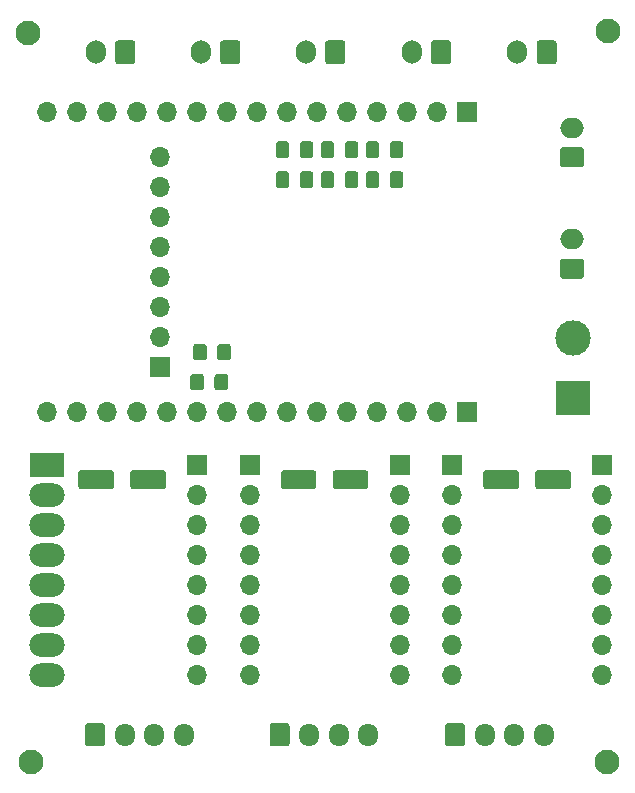
<source format=gbr>
G04 #@! TF.GenerationSoftware,KiCad,Pcbnew,(5.1.5-0)*
G04 #@! TF.CreationDate,2022-07-17T15:28:17+01:00*
G04 #@! TF.ProjectId,Esp32_Cnc_Shield_30Pin_SMD,45737033-325f-4436-9e63-5f536869656c,rev?*
G04 #@! TF.SameCoordinates,Original*
G04 #@! TF.FileFunction,Soldermask,Top*
G04 #@! TF.FilePolarity,Negative*
%FSLAX46Y46*%
G04 Gerber Fmt 4.6, Leading zero omitted, Abs format (unit mm)*
G04 Created by KiCad (PCBNEW (5.1.5-0)) date 2022-07-17 15:28:17*
%MOMM*%
%LPD*%
G04 APERTURE LIST*
%ADD10C,2.100000*%
%ADD11C,3.000000*%
%ADD12R,3.000000X3.000000*%
%ADD13O,1.700000X1.700000*%
%ADD14R,1.700000X1.700000*%
%ADD15O,1.700000X1.950000*%
%ADD16C,0.050000*%
%ADD17O,1.700000X2.000000*%
%ADD18O,2.000000X1.700000*%
%ADD19O,3.000000X2.000000*%
%ADD20R,3.000000X2.000000*%
G04 APERTURE END LIST*
D10*
X100711000Y-164211000D03*
X51943000Y-164211000D03*
X51689000Y-102489000D03*
X100838000Y-102362000D03*
D11*
X97840800Y-128305560D03*
D12*
X97840800Y-133385560D03*
D13*
X62865000Y-113030000D03*
X62865000Y-115570000D03*
X62865000Y-118110000D03*
X62865000Y-120650000D03*
X62865000Y-123190000D03*
X62865000Y-125730000D03*
X62865000Y-128270000D03*
D14*
X62865000Y-130810000D03*
D15*
X95384000Y-161925000D03*
X92884000Y-161925000D03*
X90384000Y-161925000D03*
D16*
G36*
X88508504Y-160951204D02*
G01*
X88532773Y-160954804D01*
X88556571Y-160960765D01*
X88579671Y-160969030D01*
X88601849Y-160979520D01*
X88622893Y-160992133D01*
X88642598Y-161006747D01*
X88660777Y-161023223D01*
X88677253Y-161041402D01*
X88691867Y-161061107D01*
X88704480Y-161082151D01*
X88714970Y-161104329D01*
X88723235Y-161127429D01*
X88729196Y-161151227D01*
X88732796Y-161175496D01*
X88734000Y-161200000D01*
X88734000Y-162650000D01*
X88732796Y-162674504D01*
X88729196Y-162698773D01*
X88723235Y-162722571D01*
X88714970Y-162745671D01*
X88704480Y-162767849D01*
X88691867Y-162788893D01*
X88677253Y-162808598D01*
X88660777Y-162826777D01*
X88642598Y-162843253D01*
X88622893Y-162857867D01*
X88601849Y-162870480D01*
X88579671Y-162880970D01*
X88556571Y-162889235D01*
X88532773Y-162895196D01*
X88508504Y-162898796D01*
X88484000Y-162900000D01*
X87284000Y-162900000D01*
X87259496Y-162898796D01*
X87235227Y-162895196D01*
X87211429Y-162889235D01*
X87188329Y-162880970D01*
X87166151Y-162870480D01*
X87145107Y-162857867D01*
X87125402Y-162843253D01*
X87107223Y-162826777D01*
X87090747Y-162808598D01*
X87076133Y-162788893D01*
X87063520Y-162767849D01*
X87053030Y-162745671D01*
X87044765Y-162722571D01*
X87038804Y-162698773D01*
X87035204Y-162674504D01*
X87034000Y-162650000D01*
X87034000Y-161200000D01*
X87035204Y-161175496D01*
X87038804Y-161151227D01*
X87044765Y-161127429D01*
X87053030Y-161104329D01*
X87063520Y-161082151D01*
X87076133Y-161061107D01*
X87090747Y-161041402D01*
X87107223Y-161023223D01*
X87125402Y-161006747D01*
X87145107Y-160992133D01*
X87166151Y-160979520D01*
X87188329Y-160969030D01*
X87211429Y-160960765D01*
X87235227Y-160954804D01*
X87259496Y-160951204D01*
X87284000Y-160950000D01*
X88484000Y-160950000D01*
X88508504Y-160951204D01*
G37*
D15*
X80525000Y-161925000D03*
X78025000Y-161925000D03*
X75525000Y-161925000D03*
D16*
G36*
X73649504Y-160951204D02*
G01*
X73673773Y-160954804D01*
X73697571Y-160960765D01*
X73720671Y-160969030D01*
X73742849Y-160979520D01*
X73763893Y-160992133D01*
X73783598Y-161006747D01*
X73801777Y-161023223D01*
X73818253Y-161041402D01*
X73832867Y-161061107D01*
X73845480Y-161082151D01*
X73855970Y-161104329D01*
X73864235Y-161127429D01*
X73870196Y-161151227D01*
X73873796Y-161175496D01*
X73875000Y-161200000D01*
X73875000Y-162650000D01*
X73873796Y-162674504D01*
X73870196Y-162698773D01*
X73864235Y-162722571D01*
X73855970Y-162745671D01*
X73845480Y-162767849D01*
X73832867Y-162788893D01*
X73818253Y-162808598D01*
X73801777Y-162826777D01*
X73783598Y-162843253D01*
X73763893Y-162857867D01*
X73742849Y-162870480D01*
X73720671Y-162880970D01*
X73697571Y-162889235D01*
X73673773Y-162895196D01*
X73649504Y-162898796D01*
X73625000Y-162900000D01*
X72425000Y-162900000D01*
X72400496Y-162898796D01*
X72376227Y-162895196D01*
X72352429Y-162889235D01*
X72329329Y-162880970D01*
X72307151Y-162870480D01*
X72286107Y-162857867D01*
X72266402Y-162843253D01*
X72248223Y-162826777D01*
X72231747Y-162808598D01*
X72217133Y-162788893D01*
X72204520Y-162767849D01*
X72194030Y-162745671D01*
X72185765Y-162722571D01*
X72179804Y-162698773D01*
X72176204Y-162674504D01*
X72175000Y-162650000D01*
X72175000Y-161200000D01*
X72176204Y-161175496D01*
X72179804Y-161151227D01*
X72185765Y-161127429D01*
X72194030Y-161104329D01*
X72204520Y-161082151D01*
X72217133Y-161061107D01*
X72231747Y-161041402D01*
X72248223Y-161023223D01*
X72266402Y-161006747D01*
X72286107Y-160992133D01*
X72307151Y-160979520D01*
X72329329Y-160969030D01*
X72352429Y-160960765D01*
X72376227Y-160954804D01*
X72400496Y-160951204D01*
X72425000Y-160950000D01*
X73625000Y-160950000D01*
X73649504Y-160951204D01*
G37*
D15*
X64904000Y-161925000D03*
X62404000Y-161925000D03*
X59904000Y-161925000D03*
D16*
G36*
X58028504Y-160951204D02*
G01*
X58052773Y-160954804D01*
X58076571Y-160960765D01*
X58099671Y-160969030D01*
X58121849Y-160979520D01*
X58142893Y-160992133D01*
X58162598Y-161006747D01*
X58180777Y-161023223D01*
X58197253Y-161041402D01*
X58211867Y-161061107D01*
X58224480Y-161082151D01*
X58234970Y-161104329D01*
X58243235Y-161127429D01*
X58249196Y-161151227D01*
X58252796Y-161175496D01*
X58254000Y-161200000D01*
X58254000Y-162650000D01*
X58252796Y-162674504D01*
X58249196Y-162698773D01*
X58243235Y-162722571D01*
X58234970Y-162745671D01*
X58224480Y-162767849D01*
X58211867Y-162788893D01*
X58197253Y-162808598D01*
X58180777Y-162826777D01*
X58162598Y-162843253D01*
X58142893Y-162857867D01*
X58121849Y-162870480D01*
X58099671Y-162880970D01*
X58076571Y-162889235D01*
X58052773Y-162895196D01*
X58028504Y-162898796D01*
X58004000Y-162900000D01*
X56804000Y-162900000D01*
X56779496Y-162898796D01*
X56755227Y-162895196D01*
X56731429Y-162889235D01*
X56708329Y-162880970D01*
X56686151Y-162870480D01*
X56665107Y-162857867D01*
X56645402Y-162843253D01*
X56627223Y-162826777D01*
X56610747Y-162808598D01*
X56596133Y-162788893D01*
X56583520Y-162767849D01*
X56573030Y-162745671D01*
X56564765Y-162722571D01*
X56558804Y-162698773D01*
X56555204Y-162674504D01*
X56554000Y-162650000D01*
X56554000Y-161200000D01*
X56555204Y-161175496D01*
X56558804Y-161151227D01*
X56564765Y-161127429D01*
X56573030Y-161104329D01*
X56583520Y-161082151D01*
X56596133Y-161061107D01*
X56610747Y-161041402D01*
X56627223Y-161023223D01*
X56645402Y-161006747D01*
X56665107Y-160992133D01*
X56686151Y-160979520D01*
X56708329Y-160969030D01*
X56731429Y-160960765D01*
X56755227Y-160954804D01*
X56779496Y-160951204D01*
X56804000Y-160950000D01*
X58004000Y-160950000D01*
X58028504Y-160951204D01*
G37*
D13*
X100330000Y-156845000D03*
X100330000Y-154305000D03*
X100330000Y-151765000D03*
X100330000Y-149225000D03*
X100330000Y-146685000D03*
X100330000Y-144145000D03*
X100330000Y-141605000D03*
D14*
X100330000Y-139065000D03*
D13*
X83185000Y-156845000D03*
X83185000Y-154305000D03*
X83185000Y-151765000D03*
X83185000Y-149225000D03*
X83185000Y-146685000D03*
X83185000Y-144145000D03*
X83185000Y-141605000D03*
D14*
X83185000Y-139065000D03*
D13*
X66040000Y-156845000D03*
X66040000Y-154305000D03*
X66040000Y-151765000D03*
X66040000Y-149225000D03*
X66040000Y-146685000D03*
X66040000Y-144145000D03*
X66040000Y-141605000D03*
D14*
X66040000Y-139065000D03*
D13*
X87630000Y-156845000D03*
X87630000Y-154305000D03*
X87630000Y-151765000D03*
X87630000Y-149225000D03*
X87630000Y-146685000D03*
X87630000Y-144145000D03*
X87630000Y-141605000D03*
D14*
X87630000Y-139065000D03*
D13*
X70485000Y-156845000D03*
X70485000Y-154305000D03*
X70485000Y-151765000D03*
X70485000Y-149225000D03*
X70485000Y-146685000D03*
X70485000Y-144145000D03*
X70485000Y-141605000D03*
D14*
X70485000Y-139065000D03*
D17*
X66360000Y-104140000D03*
D16*
G36*
X69484504Y-103141204D02*
G01*
X69508773Y-103144804D01*
X69532571Y-103150765D01*
X69555671Y-103159030D01*
X69577849Y-103169520D01*
X69598893Y-103182133D01*
X69618598Y-103196747D01*
X69636777Y-103213223D01*
X69653253Y-103231402D01*
X69667867Y-103251107D01*
X69680480Y-103272151D01*
X69690970Y-103294329D01*
X69699235Y-103317429D01*
X69705196Y-103341227D01*
X69708796Y-103365496D01*
X69710000Y-103390000D01*
X69710000Y-104890000D01*
X69708796Y-104914504D01*
X69705196Y-104938773D01*
X69699235Y-104962571D01*
X69690970Y-104985671D01*
X69680480Y-105007849D01*
X69667867Y-105028893D01*
X69653253Y-105048598D01*
X69636777Y-105066777D01*
X69618598Y-105083253D01*
X69598893Y-105097867D01*
X69577849Y-105110480D01*
X69555671Y-105120970D01*
X69532571Y-105129235D01*
X69508773Y-105135196D01*
X69484504Y-105138796D01*
X69460000Y-105140000D01*
X68260000Y-105140000D01*
X68235496Y-105138796D01*
X68211227Y-105135196D01*
X68187429Y-105129235D01*
X68164329Y-105120970D01*
X68142151Y-105110480D01*
X68121107Y-105097867D01*
X68101402Y-105083253D01*
X68083223Y-105066777D01*
X68066747Y-105048598D01*
X68052133Y-105028893D01*
X68039520Y-105007849D01*
X68029030Y-104985671D01*
X68020765Y-104962571D01*
X68014804Y-104938773D01*
X68011204Y-104914504D01*
X68010000Y-104890000D01*
X68010000Y-103390000D01*
X68011204Y-103365496D01*
X68014804Y-103341227D01*
X68020765Y-103317429D01*
X68029030Y-103294329D01*
X68039520Y-103272151D01*
X68052133Y-103251107D01*
X68066747Y-103231402D01*
X68083223Y-103213223D01*
X68101402Y-103196747D01*
X68121107Y-103182133D01*
X68142151Y-103169520D01*
X68164329Y-103159030D01*
X68187429Y-103150765D01*
X68211227Y-103144804D01*
X68235496Y-103141204D01*
X68260000Y-103140000D01*
X69460000Y-103140000D01*
X69484504Y-103141204D01*
G37*
D17*
X57470000Y-104140000D03*
D16*
G36*
X60594504Y-103141204D02*
G01*
X60618773Y-103144804D01*
X60642571Y-103150765D01*
X60665671Y-103159030D01*
X60687849Y-103169520D01*
X60708893Y-103182133D01*
X60728598Y-103196747D01*
X60746777Y-103213223D01*
X60763253Y-103231402D01*
X60777867Y-103251107D01*
X60790480Y-103272151D01*
X60800970Y-103294329D01*
X60809235Y-103317429D01*
X60815196Y-103341227D01*
X60818796Y-103365496D01*
X60820000Y-103390000D01*
X60820000Y-104890000D01*
X60818796Y-104914504D01*
X60815196Y-104938773D01*
X60809235Y-104962571D01*
X60800970Y-104985671D01*
X60790480Y-105007849D01*
X60777867Y-105028893D01*
X60763253Y-105048598D01*
X60746777Y-105066777D01*
X60728598Y-105083253D01*
X60708893Y-105097867D01*
X60687849Y-105110480D01*
X60665671Y-105120970D01*
X60642571Y-105129235D01*
X60618773Y-105135196D01*
X60594504Y-105138796D01*
X60570000Y-105140000D01*
X59370000Y-105140000D01*
X59345496Y-105138796D01*
X59321227Y-105135196D01*
X59297429Y-105129235D01*
X59274329Y-105120970D01*
X59252151Y-105110480D01*
X59231107Y-105097867D01*
X59211402Y-105083253D01*
X59193223Y-105066777D01*
X59176747Y-105048598D01*
X59162133Y-105028893D01*
X59149520Y-105007849D01*
X59139030Y-104985671D01*
X59130765Y-104962571D01*
X59124804Y-104938773D01*
X59121204Y-104914504D01*
X59120000Y-104890000D01*
X59120000Y-103390000D01*
X59121204Y-103365496D01*
X59124804Y-103341227D01*
X59130765Y-103317429D01*
X59139030Y-103294329D01*
X59149520Y-103272151D01*
X59162133Y-103251107D01*
X59176747Y-103231402D01*
X59193223Y-103213223D01*
X59211402Y-103196747D01*
X59231107Y-103182133D01*
X59252151Y-103169520D01*
X59274329Y-103159030D01*
X59297429Y-103150765D01*
X59321227Y-103144804D01*
X59345496Y-103141204D01*
X59370000Y-103140000D01*
X60570000Y-103140000D01*
X60594504Y-103141204D01*
G37*
D18*
X97790000Y-119970000D03*
D16*
G36*
X98564504Y-121621204D02*
G01*
X98588773Y-121624804D01*
X98612571Y-121630765D01*
X98635671Y-121639030D01*
X98657849Y-121649520D01*
X98678893Y-121662133D01*
X98698598Y-121676747D01*
X98716777Y-121693223D01*
X98733253Y-121711402D01*
X98747867Y-121731107D01*
X98760480Y-121752151D01*
X98770970Y-121774329D01*
X98779235Y-121797429D01*
X98785196Y-121821227D01*
X98788796Y-121845496D01*
X98790000Y-121870000D01*
X98790000Y-123070000D01*
X98788796Y-123094504D01*
X98785196Y-123118773D01*
X98779235Y-123142571D01*
X98770970Y-123165671D01*
X98760480Y-123187849D01*
X98747867Y-123208893D01*
X98733253Y-123228598D01*
X98716777Y-123246777D01*
X98698598Y-123263253D01*
X98678893Y-123277867D01*
X98657849Y-123290480D01*
X98635671Y-123300970D01*
X98612571Y-123309235D01*
X98588773Y-123315196D01*
X98564504Y-123318796D01*
X98540000Y-123320000D01*
X97040000Y-123320000D01*
X97015496Y-123318796D01*
X96991227Y-123315196D01*
X96967429Y-123309235D01*
X96944329Y-123300970D01*
X96922151Y-123290480D01*
X96901107Y-123277867D01*
X96881402Y-123263253D01*
X96863223Y-123246777D01*
X96846747Y-123228598D01*
X96832133Y-123208893D01*
X96819520Y-123187849D01*
X96809030Y-123165671D01*
X96800765Y-123142571D01*
X96794804Y-123118773D01*
X96791204Y-123094504D01*
X96790000Y-123070000D01*
X96790000Y-121870000D01*
X96791204Y-121845496D01*
X96794804Y-121821227D01*
X96800765Y-121797429D01*
X96809030Y-121774329D01*
X96819520Y-121752151D01*
X96832133Y-121731107D01*
X96846747Y-121711402D01*
X96863223Y-121693223D01*
X96881402Y-121676747D01*
X96901107Y-121662133D01*
X96922151Y-121649520D01*
X96944329Y-121639030D01*
X96967429Y-121630765D01*
X96991227Y-121624804D01*
X97015496Y-121621204D01*
X97040000Y-121620000D01*
X98540000Y-121620000D01*
X98564504Y-121621204D01*
G37*
D17*
X75250000Y-104140000D03*
D16*
G36*
X78374504Y-103141204D02*
G01*
X78398773Y-103144804D01*
X78422571Y-103150765D01*
X78445671Y-103159030D01*
X78467849Y-103169520D01*
X78488893Y-103182133D01*
X78508598Y-103196747D01*
X78526777Y-103213223D01*
X78543253Y-103231402D01*
X78557867Y-103251107D01*
X78570480Y-103272151D01*
X78580970Y-103294329D01*
X78589235Y-103317429D01*
X78595196Y-103341227D01*
X78598796Y-103365496D01*
X78600000Y-103390000D01*
X78600000Y-104890000D01*
X78598796Y-104914504D01*
X78595196Y-104938773D01*
X78589235Y-104962571D01*
X78580970Y-104985671D01*
X78570480Y-105007849D01*
X78557867Y-105028893D01*
X78543253Y-105048598D01*
X78526777Y-105066777D01*
X78508598Y-105083253D01*
X78488893Y-105097867D01*
X78467849Y-105110480D01*
X78445671Y-105120970D01*
X78422571Y-105129235D01*
X78398773Y-105135196D01*
X78374504Y-105138796D01*
X78350000Y-105140000D01*
X77150000Y-105140000D01*
X77125496Y-105138796D01*
X77101227Y-105135196D01*
X77077429Y-105129235D01*
X77054329Y-105120970D01*
X77032151Y-105110480D01*
X77011107Y-105097867D01*
X76991402Y-105083253D01*
X76973223Y-105066777D01*
X76956747Y-105048598D01*
X76942133Y-105028893D01*
X76929520Y-105007849D01*
X76919030Y-104985671D01*
X76910765Y-104962571D01*
X76904804Y-104938773D01*
X76901204Y-104914504D01*
X76900000Y-104890000D01*
X76900000Y-103390000D01*
X76901204Y-103365496D01*
X76904804Y-103341227D01*
X76910765Y-103317429D01*
X76919030Y-103294329D01*
X76929520Y-103272151D01*
X76942133Y-103251107D01*
X76956747Y-103231402D01*
X76973223Y-103213223D01*
X76991402Y-103196747D01*
X77011107Y-103182133D01*
X77032151Y-103169520D01*
X77054329Y-103159030D01*
X77077429Y-103150765D01*
X77101227Y-103144804D01*
X77125496Y-103141204D01*
X77150000Y-103140000D01*
X78350000Y-103140000D01*
X78374504Y-103141204D01*
G37*
D17*
X84201000Y-104140000D03*
D16*
G36*
X87325504Y-103141204D02*
G01*
X87349773Y-103144804D01*
X87373571Y-103150765D01*
X87396671Y-103159030D01*
X87418849Y-103169520D01*
X87439893Y-103182133D01*
X87459598Y-103196747D01*
X87477777Y-103213223D01*
X87494253Y-103231402D01*
X87508867Y-103251107D01*
X87521480Y-103272151D01*
X87531970Y-103294329D01*
X87540235Y-103317429D01*
X87546196Y-103341227D01*
X87549796Y-103365496D01*
X87551000Y-103390000D01*
X87551000Y-104890000D01*
X87549796Y-104914504D01*
X87546196Y-104938773D01*
X87540235Y-104962571D01*
X87531970Y-104985671D01*
X87521480Y-105007849D01*
X87508867Y-105028893D01*
X87494253Y-105048598D01*
X87477777Y-105066777D01*
X87459598Y-105083253D01*
X87439893Y-105097867D01*
X87418849Y-105110480D01*
X87396671Y-105120970D01*
X87373571Y-105129235D01*
X87349773Y-105135196D01*
X87325504Y-105138796D01*
X87301000Y-105140000D01*
X86101000Y-105140000D01*
X86076496Y-105138796D01*
X86052227Y-105135196D01*
X86028429Y-105129235D01*
X86005329Y-105120970D01*
X85983151Y-105110480D01*
X85962107Y-105097867D01*
X85942402Y-105083253D01*
X85924223Y-105066777D01*
X85907747Y-105048598D01*
X85893133Y-105028893D01*
X85880520Y-105007849D01*
X85870030Y-104985671D01*
X85861765Y-104962571D01*
X85855804Y-104938773D01*
X85852204Y-104914504D01*
X85851000Y-104890000D01*
X85851000Y-103390000D01*
X85852204Y-103365496D01*
X85855804Y-103341227D01*
X85861765Y-103317429D01*
X85870030Y-103294329D01*
X85880520Y-103272151D01*
X85893133Y-103251107D01*
X85907747Y-103231402D01*
X85924223Y-103213223D01*
X85942402Y-103196747D01*
X85962107Y-103182133D01*
X85983151Y-103169520D01*
X86005329Y-103159030D01*
X86028429Y-103150765D01*
X86052227Y-103144804D01*
X86076496Y-103141204D01*
X86101000Y-103140000D01*
X87301000Y-103140000D01*
X87325504Y-103141204D01*
G37*
D18*
X97790000Y-110530000D03*
D16*
G36*
X98564504Y-112181204D02*
G01*
X98588773Y-112184804D01*
X98612571Y-112190765D01*
X98635671Y-112199030D01*
X98657849Y-112209520D01*
X98678893Y-112222133D01*
X98698598Y-112236747D01*
X98716777Y-112253223D01*
X98733253Y-112271402D01*
X98747867Y-112291107D01*
X98760480Y-112312151D01*
X98770970Y-112334329D01*
X98779235Y-112357429D01*
X98785196Y-112381227D01*
X98788796Y-112405496D01*
X98790000Y-112430000D01*
X98790000Y-113630000D01*
X98788796Y-113654504D01*
X98785196Y-113678773D01*
X98779235Y-113702571D01*
X98770970Y-113725671D01*
X98760480Y-113747849D01*
X98747867Y-113768893D01*
X98733253Y-113788598D01*
X98716777Y-113806777D01*
X98698598Y-113823253D01*
X98678893Y-113837867D01*
X98657849Y-113850480D01*
X98635671Y-113860970D01*
X98612571Y-113869235D01*
X98588773Y-113875196D01*
X98564504Y-113878796D01*
X98540000Y-113880000D01*
X97040000Y-113880000D01*
X97015496Y-113878796D01*
X96991227Y-113875196D01*
X96967429Y-113869235D01*
X96944329Y-113860970D01*
X96922151Y-113850480D01*
X96901107Y-113837867D01*
X96881402Y-113823253D01*
X96863223Y-113806777D01*
X96846747Y-113788598D01*
X96832133Y-113768893D01*
X96819520Y-113747849D01*
X96809030Y-113725671D01*
X96800765Y-113702571D01*
X96794804Y-113678773D01*
X96791204Y-113654504D01*
X96790000Y-113630000D01*
X96790000Y-112430000D01*
X96791204Y-112405496D01*
X96794804Y-112381227D01*
X96800765Y-112357429D01*
X96809030Y-112334329D01*
X96819520Y-112312151D01*
X96832133Y-112291107D01*
X96846747Y-112271402D01*
X96863223Y-112253223D01*
X96881402Y-112236747D01*
X96901107Y-112222133D01*
X96922151Y-112209520D01*
X96944329Y-112199030D01*
X96967429Y-112190765D01*
X96991227Y-112184804D01*
X97015496Y-112181204D01*
X97040000Y-112180000D01*
X98540000Y-112180000D01*
X98564504Y-112181204D01*
G37*
D13*
X53340000Y-109220000D03*
X55880000Y-109220000D03*
X58420000Y-109220000D03*
X60960000Y-109220000D03*
X63500000Y-109220000D03*
X66040000Y-109220000D03*
X68580000Y-109220000D03*
X71120000Y-109220000D03*
X73660000Y-109220000D03*
X76200000Y-109220000D03*
X78740000Y-109220000D03*
X81280000Y-109220000D03*
X83820000Y-109220000D03*
X86360000Y-109220000D03*
D14*
X88900000Y-109220000D03*
D17*
X93131000Y-104140000D03*
D16*
G36*
X96255504Y-103141204D02*
G01*
X96279773Y-103144804D01*
X96303571Y-103150765D01*
X96326671Y-103159030D01*
X96348849Y-103169520D01*
X96369893Y-103182133D01*
X96389598Y-103196747D01*
X96407777Y-103213223D01*
X96424253Y-103231402D01*
X96438867Y-103251107D01*
X96451480Y-103272151D01*
X96461970Y-103294329D01*
X96470235Y-103317429D01*
X96476196Y-103341227D01*
X96479796Y-103365496D01*
X96481000Y-103390000D01*
X96481000Y-104890000D01*
X96479796Y-104914504D01*
X96476196Y-104938773D01*
X96470235Y-104962571D01*
X96461970Y-104985671D01*
X96451480Y-105007849D01*
X96438867Y-105028893D01*
X96424253Y-105048598D01*
X96407777Y-105066777D01*
X96389598Y-105083253D01*
X96369893Y-105097867D01*
X96348849Y-105110480D01*
X96326671Y-105120970D01*
X96303571Y-105129235D01*
X96279773Y-105135196D01*
X96255504Y-105138796D01*
X96231000Y-105140000D01*
X95031000Y-105140000D01*
X95006496Y-105138796D01*
X94982227Y-105135196D01*
X94958429Y-105129235D01*
X94935329Y-105120970D01*
X94913151Y-105110480D01*
X94892107Y-105097867D01*
X94872402Y-105083253D01*
X94854223Y-105066777D01*
X94837747Y-105048598D01*
X94823133Y-105028893D01*
X94810520Y-105007849D01*
X94800030Y-104985671D01*
X94791765Y-104962571D01*
X94785804Y-104938773D01*
X94782204Y-104914504D01*
X94781000Y-104890000D01*
X94781000Y-103390000D01*
X94782204Y-103365496D01*
X94785804Y-103341227D01*
X94791765Y-103317429D01*
X94800030Y-103294329D01*
X94810520Y-103272151D01*
X94823133Y-103251107D01*
X94837747Y-103231402D01*
X94854223Y-103213223D01*
X94872402Y-103196747D01*
X94892107Y-103182133D01*
X94913151Y-103169520D01*
X94935329Y-103159030D01*
X94958429Y-103150765D01*
X94982227Y-103144804D01*
X95006496Y-103141204D01*
X95031000Y-103140000D01*
X96231000Y-103140000D01*
X96255504Y-103141204D01*
G37*
D13*
X53340000Y-134620000D03*
X55880000Y-134620000D03*
X58420000Y-134620000D03*
X60960000Y-134620000D03*
X63500000Y-134620000D03*
X66040000Y-134620000D03*
X68580000Y-134620000D03*
X71120000Y-134620000D03*
X73660000Y-134620000D03*
X76200000Y-134620000D03*
X78740000Y-134620000D03*
X81280000Y-134620000D03*
X83820000Y-134620000D03*
X86360000Y-134620000D03*
D14*
X88900000Y-134620000D03*
D16*
G36*
X93054504Y-139536204D02*
G01*
X93078773Y-139539804D01*
X93102571Y-139545765D01*
X93125671Y-139554030D01*
X93147849Y-139564520D01*
X93168893Y-139577133D01*
X93188598Y-139591747D01*
X93206777Y-139608223D01*
X93223253Y-139626402D01*
X93237867Y-139646107D01*
X93250480Y-139667151D01*
X93260970Y-139689329D01*
X93269235Y-139712429D01*
X93275196Y-139736227D01*
X93278796Y-139760496D01*
X93280000Y-139785000D01*
X93280000Y-140885000D01*
X93278796Y-140909504D01*
X93275196Y-140933773D01*
X93269235Y-140957571D01*
X93260970Y-140980671D01*
X93250480Y-141002849D01*
X93237867Y-141023893D01*
X93223253Y-141043598D01*
X93206777Y-141061777D01*
X93188598Y-141078253D01*
X93168893Y-141092867D01*
X93147849Y-141105480D01*
X93125671Y-141115970D01*
X93102571Y-141124235D01*
X93078773Y-141130196D01*
X93054504Y-141133796D01*
X93030000Y-141135000D01*
X90530000Y-141135000D01*
X90505496Y-141133796D01*
X90481227Y-141130196D01*
X90457429Y-141124235D01*
X90434329Y-141115970D01*
X90412151Y-141105480D01*
X90391107Y-141092867D01*
X90371402Y-141078253D01*
X90353223Y-141061777D01*
X90336747Y-141043598D01*
X90322133Y-141023893D01*
X90309520Y-141002849D01*
X90299030Y-140980671D01*
X90290765Y-140957571D01*
X90284804Y-140933773D01*
X90281204Y-140909504D01*
X90280000Y-140885000D01*
X90280000Y-139785000D01*
X90281204Y-139760496D01*
X90284804Y-139736227D01*
X90290765Y-139712429D01*
X90299030Y-139689329D01*
X90309520Y-139667151D01*
X90322133Y-139646107D01*
X90336747Y-139626402D01*
X90353223Y-139608223D01*
X90371402Y-139591747D01*
X90391107Y-139577133D01*
X90412151Y-139564520D01*
X90434329Y-139554030D01*
X90457429Y-139545765D01*
X90481227Y-139539804D01*
X90505496Y-139536204D01*
X90530000Y-139535000D01*
X93030000Y-139535000D01*
X93054504Y-139536204D01*
G37*
G36*
X97454504Y-139536204D02*
G01*
X97478773Y-139539804D01*
X97502571Y-139545765D01*
X97525671Y-139554030D01*
X97547849Y-139564520D01*
X97568893Y-139577133D01*
X97588598Y-139591747D01*
X97606777Y-139608223D01*
X97623253Y-139626402D01*
X97637867Y-139646107D01*
X97650480Y-139667151D01*
X97660970Y-139689329D01*
X97669235Y-139712429D01*
X97675196Y-139736227D01*
X97678796Y-139760496D01*
X97680000Y-139785000D01*
X97680000Y-140885000D01*
X97678796Y-140909504D01*
X97675196Y-140933773D01*
X97669235Y-140957571D01*
X97660970Y-140980671D01*
X97650480Y-141002849D01*
X97637867Y-141023893D01*
X97623253Y-141043598D01*
X97606777Y-141061777D01*
X97588598Y-141078253D01*
X97568893Y-141092867D01*
X97547849Y-141105480D01*
X97525671Y-141115970D01*
X97502571Y-141124235D01*
X97478773Y-141130196D01*
X97454504Y-141133796D01*
X97430000Y-141135000D01*
X94930000Y-141135000D01*
X94905496Y-141133796D01*
X94881227Y-141130196D01*
X94857429Y-141124235D01*
X94834329Y-141115970D01*
X94812151Y-141105480D01*
X94791107Y-141092867D01*
X94771402Y-141078253D01*
X94753223Y-141061777D01*
X94736747Y-141043598D01*
X94722133Y-141023893D01*
X94709520Y-141002849D01*
X94699030Y-140980671D01*
X94690765Y-140957571D01*
X94684804Y-140933773D01*
X94681204Y-140909504D01*
X94680000Y-140885000D01*
X94680000Y-139785000D01*
X94681204Y-139760496D01*
X94684804Y-139736227D01*
X94690765Y-139712429D01*
X94699030Y-139689329D01*
X94709520Y-139667151D01*
X94722133Y-139646107D01*
X94736747Y-139626402D01*
X94753223Y-139608223D01*
X94771402Y-139591747D01*
X94791107Y-139577133D01*
X94812151Y-139564520D01*
X94834329Y-139554030D01*
X94857429Y-139545765D01*
X94881227Y-139539804D01*
X94905496Y-139536204D01*
X94930000Y-139535000D01*
X97430000Y-139535000D01*
X97454504Y-139536204D01*
G37*
G36*
X75909504Y-139536204D02*
G01*
X75933773Y-139539804D01*
X75957571Y-139545765D01*
X75980671Y-139554030D01*
X76002849Y-139564520D01*
X76023893Y-139577133D01*
X76043598Y-139591747D01*
X76061777Y-139608223D01*
X76078253Y-139626402D01*
X76092867Y-139646107D01*
X76105480Y-139667151D01*
X76115970Y-139689329D01*
X76124235Y-139712429D01*
X76130196Y-139736227D01*
X76133796Y-139760496D01*
X76135000Y-139785000D01*
X76135000Y-140885000D01*
X76133796Y-140909504D01*
X76130196Y-140933773D01*
X76124235Y-140957571D01*
X76115970Y-140980671D01*
X76105480Y-141002849D01*
X76092867Y-141023893D01*
X76078253Y-141043598D01*
X76061777Y-141061777D01*
X76043598Y-141078253D01*
X76023893Y-141092867D01*
X76002849Y-141105480D01*
X75980671Y-141115970D01*
X75957571Y-141124235D01*
X75933773Y-141130196D01*
X75909504Y-141133796D01*
X75885000Y-141135000D01*
X73385000Y-141135000D01*
X73360496Y-141133796D01*
X73336227Y-141130196D01*
X73312429Y-141124235D01*
X73289329Y-141115970D01*
X73267151Y-141105480D01*
X73246107Y-141092867D01*
X73226402Y-141078253D01*
X73208223Y-141061777D01*
X73191747Y-141043598D01*
X73177133Y-141023893D01*
X73164520Y-141002849D01*
X73154030Y-140980671D01*
X73145765Y-140957571D01*
X73139804Y-140933773D01*
X73136204Y-140909504D01*
X73135000Y-140885000D01*
X73135000Y-139785000D01*
X73136204Y-139760496D01*
X73139804Y-139736227D01*
X73145765Y-139712429D01*
X73154030Y-139689329D01*
X73164520Y-139667151D01*
X73177133Y-139646107D01*
X73191747Y-139626402D01*
X73208223Y-139608223D01*
X73226402Y-139591747D01*
X73246107Y-139577133D01*
X73267151Y-139564520D01*
X73289329Y-139554030D01*
X73312429Y-139545765D01*
X73336227Y-139539804D01*
X73360496Y-139536204D01*
X73385000Y-139535000D01*
X75885000Y-139535000D01*
X75909504Y-139536204D01*
G37*
G36*
X80309504Y-139536204D02*
G01*
X80333773Y-139539804D01*
X80357571Y-139545765D01*
X80380671Y-139554030D01*
X80402849Y-139564520D01*
X80423893Y-139577133D01*
X80443598Y-139591747D01*
X80461777Y-139608223D01*
X80478253Y-139626402D01*
X80492867Y-139646107D01*
X80505480Y-139667151D01*
X80515970Y-139689329D01*
X80524235Y-139712429D01*
X80530196Y-139736227D01*
X80533796Y-139760496D01*
X80535000Y-139785000D01*
X80535000Y-140885000D01*
X80533796Y-140909504D01*
X80530196Y-140933773D01*
X80524235Y-140957571D01*
X80515970Y-140980671D01*
X80505480Y-141002849D01*
X80492867Y-141023893D01*
X80478253Y-141043598D01*
X80461777Y-141061777D01*
X80443598Y-141078253D01*
X80423893Y-141092867D01*
X80402849Y-141105480D01*
X80380671Y-141115970D01*
X80357571Y-141124235D01*
X80333773Y-141130196D01*
X80309504Y-141133796D01*
X80285000Y-141135000D01*
X77785000Y-141135000D01*
X77760496Y-141133796D01*
X77736227Y-141130196D01*
X77712429Y-141124235D01*
X77689329Y-141115970D01*
X77667151Y-141105480D01*
X77646107Y-141092867D01*
X77626402Y-141078253D01*
X77608223Y-141061777D01*
X77591747Y-141043598D01*
X77577133Y-141023893D01*
X77564520Y-141002849D01*
X77554030Y-140980671D01*
X77545765Y-140957571D01*
X77539804Y-140933773D01*
X77536204Y-140909504D01*
X77535000Y-140885000D01*
X77535000Y-139785000D01*
X77536204Y-139760496D01*
X77539804Y-139736227D01*
X77545765Y-139712429D01*
X77554030Y-139689329D01*
X77564520Y-139667151D01*
X77577133Y-139646107D01*
X77591747Y-139626402D01*
X77608223Y-139608223D01*
X77626402Y-139591747D01*
X77646107Y-139577133D01*
X77667151Y-139564520D01*
X77689329Y-139554030D01*
X77712429Y-139545765D01*
X77736227Y-139539804D01*
X77760496Y-139536204D01*
X77785000Y-139535000D01*
X80285000Y-139535000D01*
X80309504Y-139536204D01*
G37*
G36*
X58764504Y-139536204D02*
G01*
X58788773Y-139539804D01*
X58812571Y-139545765D01*
X58835671Y-139554030D01*
X58857849Y-139564520D01*
X58878893Y-139577133D01*
X58898598Y-139591747D01*
X58916777Y-139608223D01*
X58933253Y-139626402D01*
X58947867Y-139646107D01*
X58960480Y-139667151D01*
X58970970Y-139689329D01*
X58979235Y-139712429D01*
X58985196Y-139736227D01*
X58988796Y-139760496D01*
X58990000Y-139785000D01*
X58990000Y-140885000D01*
X58988796Y-140909504D01*
X58985196Y-140933773D01*
X58979235Y-140957571D01*
X58970970Y-140980671D01*
X58960480Y-141002849D01*
X58947867Y-141023893D01*
X58933253Y-141043598D01*
X58916777Y-141061777D01*
X58898598Y-141078253D01*
X58878893Y-141092867D01*
X58857849Y-141105480D01*
X58835671Y-141115970D01*
X58812571Y-141124235D01*
X58788773Y-141130196D01*
X58764504Y-141133796D01*
X58740000Y-141135000D01*
X56240000Y-141135000D01*
X56215496Y-141133796D01*
X56191227Y-141130196D01*
X56167429Y-141124235D01*
X56144329Y-141115970D01*
X56122151Y-141105480D01*
X56101107Y-141092867D01*
X56081402Y-141078253D01*
X56063223Y-141061777D01*
X56046747Y-141043598D01*
X56032133Y-141023893D01*
X56019520Y-141002849D01*
X56009030Y-140980671D01*
X56000765Y-140957571D01*
X55994804Y-140933773D01*
X55991204Y-140909504D01*
X55990000Y-140885000D01*
X55990000Y-139785000D01*
X55991204Y-139760496D01*
X55994804Y-139736227D01*
X56000765Y-139712429D01*
X56009030Y-139689329D01*
X56019520Y-139667151D01*
X56032133Y-139646107D01*
X56046747Y-139626402D01*
X56063223Y-139608223D01*
X56081402Y-139591747D01*
X56101107Y-139577133D01*
X56122151Y-139564520D01*
X56144329Y-139554030D01*
X56167429Y-139545765D01*
X56191227Y-139539804D01*
X56215496Y-139536204D01*
X56240000Y-139535000D01*
X58740000Y-139535000D01*
X58764504Y-139536204D01*
G37*
G36*
X63164504Y-139536204D02*
G01*
X63188773Y-139539804D01*
X63212571Y-139545765D01*
X63235671Y-139554030D01*
X63257849Y-139564520D01*
X63278893Y-139577133D01*
X63298598Y-139591747D01*
X63316777Y-139608223D01*
X63333253Y-139626402D01*
X63347867Y-139646107D01*
X63360480Y-139667151D01*
X63370970Y-139689329D01*
X63379235Y-139712429D01*
X63385196Y-139736227D01*
X63388796Y-139760496D01*
X63390000Y-139785000D01*
X63390000Y-140885000D01*
X63388796Y-140909504D01*
X63385196Y-140933773D01*
X63379235Y-140957571D01*
X63370970Y-140980671D01*
X63360480Y-141002849D01*
X63347867Y-141023893D01*
X63333253Y-141043598D01*
X63316777Y-141061777D01*
X63298598Y-141078253D01*
X63278893Y-141092867D01*
X63257849Y-141105480D01*
X63235671Y-141115970D01*
X63212571Y-141124235D01*
X63188773Y-141130196D01*
X63164504Y-141133796D01*
X63140000Y-141135000D01*
X60640000Y-141135000D01*
X60615496Y-141133796D01*
X60591227Y-141130196D01*
X60567429Y-141124235D01*
X60544329Y-141115970D01*
X60522151Y-141105480D01*
X60501107Y-141092867D01*
X60481402Y-141078253D01*
X60463223Y-141061777D01*
X60446747Y-141043598D01*
X60432133Y-141023893D01*
X60419520Y-141002849D01*
X60409030Y-140980671D01*
X60400765Y-140957571D01*
X60394804Y-140933773D01*
X60391204Y-140909504D01*
X60390000Y-140885000D01*
X60390000Y-139785000D01*
X60391204Y-139760496D01*
X60394804Y-139736227D01*
X60400765Y-139712429D01*
X60409030Y-139689329D01*
X60419520Y-139667151D01*
X60432133Y-139646107D01*
X60446747Y-139626402D01*
X60463223Y-139608223D01*
X60481402Y-139591747D01*
X60501107Y-139577133D01*
X60522151Y-139564520D01*
X60544329Y-139554030D01*
X60567429Y-139545765D01*
X60591227Y-139539804D01*
X60615496Y-139536204D01*
X60640000Y-139535000D01*
X63140000Y-139535000D01*
X63164504Y-139536204D01*
G37*
G36*
X75669505Y-111696204D02*
G01*
X75693773Y-111699804D01*
X75717572Y-111705765D01*
X75740671Y-111714030D01*
X75762850Y-111724520D01*
X75783893Y-111737132D01*
X75803599Y-111751747D01*
X75821777Y-111768223D01*
X75838253Y-111786401D01*
X75852868Y-111806107D01*
X75865480Y-111827150D01*
X75875970Y-111849329D01*
X75884235Y-111872428D01*
X75890196Y-111896227D01*
X75893796Y-111920495D01*
X75895000Y-111944999D01*
X75895000Y-112845001D01*
X75893796Y-112869505D01*
X75890196Y-112893773D01*
X75884235Y-112917572D01*
X75875970Y-112940671D01*
X75865480Y-112962850D01*
X75852868Y-112983893D01*
X75838253Y-113003599D01*
X75821777Y-113021777D01*
X75803599Y-113038253D01*
X75783893Y-113052868D01*
X75762850Y-113065480D01*
X75740671Y-113075970D01*
X75717572Y-113084235D01*
X75693773Y-113090196D01*
X75669505Y-113093796D01*
X75645001Y-113095000D01*
X74994999Y-113095000D01*
X74970495Y-113093796D01*
X74946227Y-113090196D01*
X74922428Y-113084235D01*
X74899329Y-113075970D01*
X74877150Y-113065480D01*
X74856107Y-113052868D01*
X74836401Y-113038253D01*
X74818223Y-113021777D01*
X74801747Y-113003599D01*
X74787132Y-112983893D01*
X74774520Y-112962850D01*
X74764030Y-112940671D01*
X74755765Y-112917572D01*
X74749804Y-112893773D01*
X74746204Y-112869505D01*
X74745000Y-112845001D01*
X74745000Y-111944999D01*
X74746204Y-111920495D01*
X74749804Y-111896227D01*
X74755765Y-111872428D01*
X74764030Y-111849329D01*
X74774520Y-111827150D01*
X74787132Y-111806107D01*
X74801747Y-111786401D01*
X74818223Y-111768223D01*
X74836401Y-111751747D01*
X74856107Y-111737132D01*
X74877150Y-111724520D01*
X74899329Y-111714030D01*
X74922428Y-111705765D01*
X74946227Y-111699804D01*
X74970495Y-111696204D01*
X74994999Y-111695000D01*
X75645001Y-111695000D01*
X75669505Y-111696204D01*
G37*
G36*
X73619505Y-111696204D02*
G01*
X73643773Y-111699804D01*
X73667572Y-111705765D01*
X73690671Y-111714030D01*
X73712850Y-111724520D01*
X73733893Y-111737132D01*
X73753599Y-111751747D01*
X73771777Y-111768223D01*
X73788253Y-111786401D01*
X73802868Y-111806107D01*
X73815480Y-111827150D01*
X73825970Y-111849329D01*
X73834235Y-111872428D01*
X73840196Y-111896227D01*
X73843796Y-111920495D01*
X73845000Y-111944999D01*
X73845000Y-112845001D01*
X73843796Y-112869505D01*
X73840196Y-112893773D01*
X73834235Y-112917572D01*
X73825970Y-112940671D01*
X73815480Y-112962850D01*
X73802868Y-112983893D01*
X73788253Y-113003599D01*
X73771777Y-113021777D01*
X73753599Y-113038253D01*
X73733893Y-113052868D01*
X73712850Y-113065480D01*
X73690671Y-113075970D01*
X73667572Y-113084235D01*
X73643773Y-113090196D01*
X73619505Y-113093796D01*
X73595001Y-113095000D01*
X72944999Y-113095000D01*
X72920495Y-113093796D01*
X72896227Y-113090196D01*
X72872428Y-113084235D01*
X72849329Y-113075970D01*
X72827150Y-113065480D01*
X72806107Y-113052868D01*
X72786401Y-113038253D01*
X72768223Y-113021777D01*
X72751747Y-113003599D01*
X72737132Y-112983893D01*
X72724520Y-112962850D01*
X72714030Y-112940671D01*
X72705765Y-112917572D01*
X72699804Y-112893773D01*
X72696204Y-112869505D01*
X72695000Y-112845001D01*
X72695000Y-111944999D01*
X72696204Y-111920495D01*
X72699804Y-111896227D01*
X72705765Y-111872428D01*
X72714030Y-111849329D01*
X72724520Y-111827150D01*
X72737132Y-111806107D01*
X72751747Y-111786401D01*
X72768223Y-111768223D01*
X72786401Y-111751747D01*
X72806107Y-111737132D01*
X72827150Y-111724520D01*
X72849329Y-111714030D01*
X72872428Y-111705765D01*
X72896227Y-111699804D01*
X72920495Y-111696204D01*
X72944999Y-111695000D01*
X73595001Y-111695000D01*
X73619505Y-111696204D01*
G37*
G36*
X83289505Y-111696204D02*
G01*
X83313773Y-111699804D01*
X83337572Y-111705765D01*
X83360671Y-111714030D01*
X83382850Y-111724520D01*
X83403893Y-111737132D01*
X83423599Y-111751747D01*
X83441777Y-111768223D01*
X83458253Y-111786401D01*
X83472868Y-111806107D01*
X83485480Y-111827150D01*
X83495970Y-111849329D01*
X83504235Y-111872428D01*
X83510196Y-111896227D01*
X83513796Y-111920495D01*
X83515000Y-111944999D01*
X83515000Y-112845001D01*
X83513796Y-112869505D01*
X83510196Y-112893773D01*
X83504235Y-112917572D01*
X83495970Y-112940671D01*
X83485480Y-112962850D01*
X83472868Y-112983893D01*
X83458253Y-113003599D01*
X83441777Y-113021777D01*
X83423599Y-113038253D01*
X83403893Y-113052868D01*
X83382850Y-113065480D01*
X83360671Y-113075970D01*
X83337572Y-113084235D01*
X83313773Y-113090196D01*
X83289505Y-113093796D01*
X83265001Y-113095000D01*
X82614999Y-113095000D01*
X82590495Y-113093796D01*
X82566227Y-113090196D01*
X82542428Y-113084235D01*
X82519329Y-113075970D01*
X82497150Y-113065480D01*
X82476107Y-113052868D01*
X82456401Y-113038253D01*
X82438223Y-113021777D01*
X82421747Y-113003599D01*
X82407132Y-112983893D01*
X82394520Y-112962850D01*
X82384030Y-112940671D01*
X82375765Y-112917572D01*
X82369804Y-112893773D01*
X82366204Y-112869505D01*
X82365000Y-112845001D01*
X82365000Y-111944999D01*
X82366204Y-111920495D01*
X82369804Y-111896227D01*
X82375765Y-111872428D01*
X82384030Y-111849329D01*
X82394520Y-111827150D01*
X82407132Y-111806107D01*
X82421747Y-111786401D01*
X82438223Y-111768223D01*
X82456401Y-111751747D01*
X82476107Y-111737132D01*
X82497150Y-111724520D01*
X82519329Y-111714030D01*
X82542428Y-111705765D01*
X82566227Y-111699804D01*
X82590495Y-111696204D01*
X82614999Y-111695000D01*
X83265001Y-111695000D01*
X83289505Y-111696204D01*
G37*
G36*
X81239505Y-111696204D02*
G01*
X81263773Y-111699804D01*
X81287572Y-111705765D01*
X81310671Y-111714030D01*
X81332850Y-111724520D01*
X81353893Y-111737132D01*
X81373599Y-111751747D01*
X81391777Y-111768223D01*
X81408253Y-111786401D01*
X81422868Y-111806107D01*
X81435480Y-111827150D01*
X81445970Y-111849329D01*
X81454235Y-111872428D01*
X81460196Y-111896227D01*
X81463796Y-111920495D01*
X81465000Y-111944999D01*
X81465000Y-112845001D01*
X81463796Y-112869505D01*
X81460196Y-112893773D01*
X81454235Y-112917572D01*
X81445970Y-112940671D01*
X81435480Y-112962850D01*
X81422868Y-112983893D01*
X81408253Y-113003599D01*
X81391777Y-113021777D01*
X81373599Y-113038253D01*
X81353893Y-113052868D01*
X81332850Y-113065480D01*
X81310671Y-113075970D01*
X81287572Y-113084235D01*
X81263773Y-113090196D01*
X81239505Y-113093796D01*
X81215001Y-113095000D01*
X80564999Y-113095000D01*
X80540495Y-113093796D01*
X80516227Y-113090196D01*
X80492428Y-113084235D01*
X80469329Y-113075970D01*
X80447150Y-113065480D01*
X80426107Y-113052868D01*
X80406401Y-113038253D01*
X80388223Y-113021777D01*
X80371747Y-113003599D01*
X80357132Y-112983893D01*
X80344520Y-112962850D01*
X80334030Y-112940671D01*
X80325765Y-112917572D01*
X80319804Y-112893773D01*
X80316204Y-112869505D01*
X80315000Y-112845001D01*
X80315000Y-111944999D01*
X80316204Y-111920495D01*
X80319804Y-111896227D01*
X80325765Y-111872428D01*
X80334030Y-111849329D01*
X80344520Y-111827150D01*
X80357132Y-111806107D01*
X80371747Y-111786401D01*
X80388223Y-111768223D01*
X80406401Y-111751747D01*
X80426107Y-111737132D01*
X80447150Y-111724520D01*
X80469329Y-111714030D01*
X80492428Y-111705765D01*
X80516227Y-111699804D01*
X80540495Y-111696204D01*
X80564999Y-111695000D01*
X81215001Y-111695000D01*
X81239505Y-111696204D01*
G37*
G36*
X68439505Y-131381204D02*
G01*
X68463773Y-131384804D01*
X68487572Y-131390765D01*
X68510671Y-131399030D01*
X68532850Y-131409520D01*
X68553893Y-131422132D01*
X68573599Y-131436747D01*
X68591777Y-131453223D01*
X68608253Y-131471401D01*
X68622868Y-131491107D01*
X68635480Y-131512150D01*
X68645970Y-131534329D01*
X68654235Y-131557428D01*
X68660196Y-131581227D01*
X68663796Y-131605495D01*
X68665000Y-131629999D01*
X68665000Y-132530001D01*
X68663796Y-132554505D01*
X68660196Y-132578773D01*
X68654235Y-132602572D01*
X68645970Y-132625671D01*
X68635480Y-132647850D01*
X68622868Y-132668893D01*
X68608253Y-132688599D01*
X68591777Y-132706777D01*
X68573599Y-132723253D01*
X68553893Y-132737868D01*
X68532850Y-132750480D01*
X68510671Y-132760970D01*
X68487572Y-132769235D01*
X68463773Y-132775196D01*
X68439505Y-132778796D01*
X68415001Y-132780000D01*
X67764999Y-132780000D01*
X67740495Y-132778796D01*
X67716227Y-132775196D01*
X67692428Y-132769235D01*
X67669329Y-132760970D01*
X67647150Y-132750480D01*
X67626107Y-132737868D01*
X67606401Y-132723253D01*
X67588223Y-132706777D01*
X67571747Y-132688599D01*
X67557132Y-132668893D01*
X67544520Y-132647850D01*
X67534030Y-132625671D01*
X67525765Y-132602572D01*
X67519804Y-132578773D01*
X67516204Y-132554505D01*
X67515000Y-132530001D01*
X67515000Y-131629999D01*
X67516204Y-131605495D01*
X67519804Y-131581227D01*
X67525765Y-131557428D01*
X67534030Y-131534329D01*
X67544520Y-131512150D01*
X67557132Y-131491107D01*
X67571747Y-131471401D01*
X67588223Y-131453223D01*
X67606401Y-131436747D01*
X67626107Y-131422132D01*
X67647150Y-131409520D01*
X67669329Y-131399030D01*
X67692428Y-131390765D01*
X67716227Y-131384804D01*
X67740495Y-131381204D01*
X67764999Y-131380000D01*
X68415001Y-131380000D01*
X68439505Y-131381204D01*
G37*
G36*
X66389505Y-131381204D02*
G01*
X66413773Y-131384804D01*
X66437572Y-131390765D01*
X66460671Y-131399030D01*
X66482850Y-131409520D01*
X66503893Y-131422132D01*
X66523599Y-131436747D01*
X66541777Y-131453223D01*
X66558253Y-131471401D01*
X66572868Y-131491107D01*
X66585480Y-131512150D01*
X66595970Y-131534329D01*
X66604235Y-131557428D01*
X66610196Y-131581227D01*
X66613796Y-131605495D01*
X66615000Y-131629999D01*
X66615000Y-132530001D01*
X66613796Y-132554505D01*
X66610196Y-132578773D01*
X66604235Y-132602572D01*
X66595970Y-132625671D01*
X66585480Y-132647850D01*
X66572868Y-132668893D01*
X66558253Y-132688599D01*
X66541777Y-132706777D01*
X66523599Y-132723253D01*
X66503893Y-132737868D01*
X66482850Y-132750480D01*
X66460671Y-132760970D01*
X66437572Y-132769235D01*
X66413773Y-132775196D01*
X66389505Y-132778796D01*
X66365001Y-132780000D01*
X65714999Y-132780000D01*
X65690495Y-132778796D01*
X65666227Y-132775196D01*
X65642428Y-132769235D01*
X65619329Y-132760970D01*
X65597150Y-132750480D01*
X65576107Y-132737868D01*
X65556401Y-132723253D01*
X65538223Y-132706777D01*
X65521747Y-132688599D01*
X65507132Y-132668893D01*
X65494520Y-132647850D01*
X65484030Y-132625671D01*
X65475765Y-132602572D01*
X65469804Y-132578773D01*
X65466204Y-132554505D01*
X65465000Y-132530001D01*
X65465000Y-131629999D01*
X65466204Y-131605495D01*
X65469804Y-131581227D01*
X65475765Y-131557428D01*
X65484030Y-131534329D01*
X65494520Y-131512150D01*
X65507132Y-131491107D01*
X65521747Y-131471401D01*
X65538223Y-131453223D01*
X65556401Y-131436747D01*
X65576107Y-131422132D01*
X65597150Y-131409520D01*
X65619329Y-131399030D01*
X65642428Y-131390765D01*
X65666227Y-131384804D01*
X65690495Y-131381204D01*
X65714999Y-131380000D01*
X66365001Y-131380000D01*
X66389505Y-131381204D01*
G37*
G36*
X79479505Y-111696204D02*
G01*
X79503773Y-111699804D01*
X79527572Y-111705765D01*
X79550671Y-111714030D01*
X79572850Y-111724520D01*
X79593893Y-111737132D01*
X79613599Y-111751747D01*
X79631777Y-111768223D01*
X79648253Y-111786401D01*
X79662868Y-111806107D01*
X79675480Y-111827150D01*
X79685970Y-111849329D01*
X79694235Y-111872428D01*
X79700196Y-111896227D01*
X79703796Y-111920495D01*
X79705000Y-111944999D01*
X79705000Y-112845001D01*
X79703796Y-112869505D01*
X79700196Y-112893773D01*
X79694235Y-112917572D01*
X79685970Y-112940671D01*
X79675480Y-112962850D01*
X79662868Y-112983893D01*
X79648253Y-113003599D01*
X79631777Y-113021777D01*
X79613599Y-113038253D01*
X79593893Y-113052868D01*
X79572850Y-113065480D01*
X79550671Y-113075970D01*
X79527572Y-113084235D01*
X79503773Y-113090196D01*
X79479505Y-113093796D01*
X79455001Y-113095000D01*
X78804999Y-113095000D01*
X78780495Y-113093796D01*
X78756227Y-113090196D01*
X78732428Y-113084235D01*
X78709329Y-113075970D01*
X78687150Y-113065480D01*
X78666107Y-113052868D01*
X78646401Y-113038253D01*
X78628223Y-113021777D01*
X78611747Y-113003599D01*
X78597132Y-112983893D01*
X78584520Y-112962850D01*
X78574030Y-112940671D01*
X78565765Y-112917572D01*
X78559804Y-112893773D01*
X78556204Y-112869505D01*
X78555000Y-112845001D01*
X78555000Y-111944999D01*
X78556204Y-111920495D01*
X78559804Y-111896227D01*
X78565765Y-111872428D01*
X78574030Y-111849329D01*
X78584520Y-111827150D01*
X78597132Y-111806107D01*
X78611747Y-111786401D01*
X78628223Y-111768223D01*
X78646401Y-111751747D01*
X78666107Y-111737132D01*
X78687150Y-111724520D01*
X78709329Y-111714030D01*
X78732428Y-111705765D01*
X78756227Y-111699804D01*
X78780495Y-111696204D01*
X78804999Y-111695000D01*
X79455001Y-111695000D01*
X79479505Y-111696204D01*
G37*
G36*
X77429505Y-111696204D02*
G01*
X77453773Y-111699804D01*
X77477572Y-111705765D01*
X77500671Y-111714030D01*
X77522850Y-111724520D01*
X77543893Y-111737132D01*
X77563599Y-111751747D01*
X77581777Y-111768223D01*
X77598253Y-111786401D01*
X77612868Y-111806107D01*
X77625480Y-111827150D01*
X77635970Y-111849329D01*
X77644235Y-111872428D01*
X77650196Y-111896227D01*
X77653796Y-111920495D01*
X77655000Y-111944999D01*
X77655000Y-112845001D01*
X77653796Y-112869505D01*
X77650196Y-112893773D01*
X77644235Y-112917572D01*
X77635970Y-112940671D01*
X77625480Y-112962850D01*
X77612868Y-112983893D01*
X77598253Y-113003599D01*
X77581777Y-113021777D01*
X77563599Y-113038253D01*
X77543893Y-113052868D01*
X77522850Y-113065480D01*
X77500671Y-113075970D01*
X77477572Y-113084235D01*
X77453773Y-113090196D01*
X77429505Y-113093796D01*
X77405001Y-113095000D01*
X76754999Y-113095000D01*
X76730495Y-113093796D01*
X76706227Y-113090196D01*
X76682428Y-113084235D01*
X76659329Y-113075970D01*
X76637150Y-113065480D01*
X76616107Y-113052868D01*
X76596401Y-113038253D01*
X76578223Y-113021777D01*
X76561747Y-113003599D01*
X76547132Y-112983893D01*
X76534520Y-112962850D01*
X76524030Y-112940671D01*
X76515765Y-112917572D01*
X76509804Y-112893773D01*
X76506204Y-112869505D01*
X76505000Y-112845001D01*
X76505000Y-111944999D01*
X76506204Y-111920495D01*
X76509804Y-111896227D01*
X76515765Y-111872428D01*
X76524030Y-111849329D01*
X76534520Y-111827150D01*
X76547132Y-111806107D01*
X76561747Y-111786401D01*
X76578223Y-111768223D01*
X76596401Y-111751747D01*
X76616107Y-111737132D01*
X76637150Y-111724520D01*
X76659329Y-111714030D01*
X76682428Y-111705765D01*
X76706227Y-111699804D01*
X76730495Y-111696204D01*
X76754999Y-111695000D01*
X77405001Y-111695000D01*
X77429505Y-111696204D01*
G37*
D19*
X53340000Y-156845000D03*
X53340000Y-154305000D03*
X53340000Y-151765000D03*
X53340000Y-149225000D03*
X53340000Y-146685000D03*
X53340000Y-144145000D03*
X53340000Y-141605000D03*
D20*
X53340000Y-139065000D03*
D16*
G36*
X75669505Y-114236204D02*
G01*
X75693773Y-114239804D01*
X75717572Y-114245765D01*
X75740671Y-114254030D01*
X75762850Y-114264520D01*
X75783893Y-114277132D01*
X75803599Y-114291747D01*
X75821777Y-114308223D01*
X75838253Y-114326401D01*
X75852868Y-114346107D01*
X75865480Y-114367150D01*
X75875970Y-114389329D01*
X75884235Y-114412428D01*
X75890196Y-114436227D01*
X75893796Y-114460495D01*
X75895000Y-114484999D01*
X75895000Y-115385001D01*
X75893796Y-115409505D01*
X75890196Y-115433773D01*
X75884235Y-115457572D01*
X75875970Y-115480671D01*
X75865480Y-115502850D01*
X75852868Y-115523893D01*
X75838253Y-115543599D01*
X75821777Y-115561777D01*
X75803599Y-115578253D01*
X75783893Y-115592868D01*
X75762850Y-115605480D01*
X75740671Y-115615970D01*
X75717572Y-115624235D01*
X75693773Y-115630196D01*
X75669505Y-115633796D01*
X75645001Y-115635000D01*
X74994999Y-115635000D01*
X74970495Y-115633796D01*
X74946227Y-115630196D01*
X74922428Y-115624235D01*
X74899329Y-115615970D01*
X74877150Y-115605480D01*
X74856107Y-115592868D01*
X74836401Y-115578253D01*
X74818223Y-115561777D01*
X74801747Y-115543599D01*
X74787132Y-115523893D01*
X74774520Y-115502850D01*
X74764030Y-115480671D01*
X74755765Y-115457572D01*
X74749804Y-115433773D01*
X74746204Y-115409505D01*
X74745000Y-115385001D01*
X74745000Y-114484999D01*
X74746204Y-114460495D01*
X74749804Y-114436227D01*
X74755765Y-114412428D01*
X74764030Y-114389329D01*
X74774520Y-114367150D01*
X74787132Y-114346107D01*
X74801747Y-114326401D01*
X74818223Y-114308223D01*
X74836401Y-114291747D01*
X74856107Y-114277132D01*
X74877150Y-114264520D01*
X74899329Y-114254030D01*
X74922428Y-114245765D01*
X74946227Y-114239804D01*
X74970495Y-114236204D01*
X74994999Y-114235000D01*
X75645001Y-114235000D01*
X75669505Y-114236204D01*
G37*
G36*
X73619505Y-114236204D02*
G01*
X73643773Y-114239804D01*
X73667572Y-114245765D01*
X73690671Y-114254030D01*
X73712850Y-114264520D01*
X73733893Y-114277132D01*
X73753599Y-114291747D01*
X73771777Y-114308223D01*
X73788253Y-114326401D01*
X73802868Y-114346107D01*
X73815480Y-114367150D01*
X73825970Y-114389329D01*
X73834235Y-114412428D01*
X73840196Y-114436227D01*
X73843796Y-114460495D01*
X73845000Y-114484999D01*
X73845000Y-115385001D01*
X73843796Y-115409505D01*
X73840196Y-115433773D01*
X73834235Y-115457572D01*
X73825970Y-115480671D01*
X73815480Y-115502850D01*
X73802868Y-115523893D01*
X73788253Y-115543599D01*
X73771777Y-115561777D01*
X73753599Y-115578253D01*
X73733893Y-115592868D01*
X73712850Y-115605480D01*
X73690671Y-115615970D01*
X73667572Y-115624235D01*
X73643773Y-115630196D01*
X73619505Y-115633796D01*
X73595001Y-115635000D01*
X72944999Y-115635000D01*
X72920495Y-115633796D01*
X72896227Y-115630196D01*
X72872428Y-115624235D01*
X72849329Y-115615970D01*
X72827150Y-115605480D01*
X72806107Y-115592868D01*
X72786401Y-115578253D01*
X72768223Y-115561777D01*
X72751747Y-115543599D01*
X72737132Y-115523893D01*
X72724520Y-115502850D01*
X72714030Y-115480671D01*
X72705765Y-115457572D01*
X72699804Y-115433773D01*
X72696204Y-115409505D01*
X72695000Y-115385001D01*
X72695000Y-114484999D01*
X72696204Y-114460495D01*
X72699804Y-114436227D01*
X72705765Y-114412428D01*
X72714030Y-114389329D01*
X72724520Y-114367150D01*
X72737132Y-114346107D01*
X72751747Y-114326401D01*
X72768223Y-114308223D01*
X72786401Y-114291747D01*
X72806107Y-114277132D01*
X72827150Y-114264520D01*
X72849329Y-114254030D01*
X72872428Y-114245765D01*
X72896227Y-114239804D01*
X72920495Y-114236204D01*
X72944999Y-114235000D01*
X73595001Y-114235000D01*
X73619505Y-114236204D01*
G37*
G36*
X83289505Y-114236204D02*
G01*
X83313773Y-114239804D01*
X83337572Y-114245765D01*
X83360671Y-114254030D01*
X83382850Y-114264520D01*
X83403893Y-114277132D01*
X83423599Y-114291747D01*
X83441777Y-114308223D01*
X83458253Y-114326401D01*
X83472868Y-114346107D01*
X83485480Y-114367150D01*
X83495970Y-114389329D01*
X83504235Y-114412428D01*
X83510196Y-114436227D01*
X83513796Y-114460495D01*
X83515000Y-114484999D01*
X83515000Y-115385001D01*
X83513796Y-115409505D01*
X83510196Y-115433773D01*
X83504235Y-115457572D01*
X83495970Y-115480671D01*
X83485480Y-115502850D01*
X83472868Y-115523893D01*
X83458253Y-115543599D01*
X83441777Y-115561777D01*
X83423599Y-115578253D01*
X83403893Y-115592868D01*
X83382850Y-115605480D01*
X83360671Y-115615970D01*
X83337572Y-115624235D01*
X83313773Y-115630196D01*
X83289505Y-115633796D01*
X83265001Y-115635000D01*
X82614999Y-115635000D01*
X82590495Y-115633796D01*
X82566227Y-115630196D01*
X82542428Y-115624235D01*
X82519329Y-115615970D01*
X82497150Y-115605480D01*
X82476107Y-115592868D01*
X82456401Y-115578253D01*
X82438223Y-115561777D01*
X82421747Y-115543599D01*
X82407132Y-115523893D01*
X82394520Y-115502850D01*
X82384030Y-115480671D01*
X82375765Y-115457572D01*
X82369804Y-115433773D01*
X82366204Y-115409505D01*
X82365000Y-115385001D01*
X82365000Y-114484999D01*
X82366204Y-114460495D01*
X82369804Y-114436227D01*
X82375765Y-114412428D01*
X82384030Y-114389329D01*
X82394520Y-114367150D01*
X82407132Y-114346107D01*
X82421747Y-114326401D01*
X82438223Y-114308223D01*
X82456401Y-114291747D01*
X82476107Y-114277132D01*
X82497150Y-114264520D01*
X82519329Y-114254030D01*
X82542428Y-114245765D01*
X82566227Y-114239804D01*
X82590495Y-114236204D01*
X82614999Y-114235000D01*
X83265001Y-114235000D01*
X83289505Y-114236204D01*
G37*
G36*
X81239505Y-114236204D02*
G01*
X81263773Y-114239804D01*
X81287572Y-114245765D01*
X81310671Y-114254030D01*
X81332850Y-114264520D01*
X81353893Y-114277132D01*
X81373599Y-114291747D01*
X81391777Y-114308223D01*
X81408253Y-114326401D01*
X81422868Y-114346107D01*
X81435480Y-114367150D01*
X81445970Y-114389329D01*
X81454235Y-114412428D01*
X81460196Y-114436227D01*
X81463796Y-114460495D01*
X81465000Y-114484999D01*
X81465000Y-115385001D01*
X81463796Y-115409505D01*
X81460196Y-115433773D01*
X81454235Y-115457572D01*
X81445970Y-115480671D01*
X81435480Y-115502850D01*
X81422868Y-115523893D01*
X81408253Y-115543599D01*
X81391777Y-115561777D01*
X81373599Y-115578253D01*
X81353893Y-115592868D01*
X81332850Y-115605480D01*
X81310671Y-115615970D01*
X81287572Y-115624235D01*
X81263773Y-115630196D01*
X81239505Y-115633796D01*
X81215001Y-115635000D01*
X80564999Y-115635000D01*
X80540495Y-115633796D01*
X80516227Y-115630196D01*
X80492428Y-115624235D01*
X80469329Y-115615970D01*
X80447150Y-115605480D01*
X80426107Y-115592868D01*
X80406401Y-115578253D01*
X80388223Y-115561777D01*
X80371747Y-115543599D01*
X80357132Y-115523893D01*
X80344520Y-115502850D01*
X80334030Y-115480671D01*
X80325765Y-115457572D01*
X80319804Y-115433773D01*
X80316204Y-115409505D01*
X80315000Y-115385001D01*
X80315000Y-114484999D01*
X80316204Y-114460495D01*
X80319804Y-114436227D01*
X80325765Y-114412428D01*
X80334030Y-114389329D01*
X80344520Y-114367150D01*
X80357132Y-114346107D01*
X80371747Y-114326401D01*
X80388223Y-114308223D01*
X80406401Y-114291747D01*
X80426107Y-114277132D01*
X80447150Y-114264520D01*
X80469329Y-114254030D01*
X80492428Y-114245765D01*
X80516227Y-114239804D01*
X80540495Y-114236204D01*
X80564999Y-114235000D01*
X81215001Y-114235000D01*
X81239505Y-114236204D01*
G37*
G36*
X68684505Y-128841204D02*
G01*
X68708773Y-128844804D01*
X68732572Y-128850765D01*
X68755671Y-128859030D01*
X68777850Y-128869520D01*
X68798893Y-128882132D01*
X68818599Y-128896747D01*
X68836777Y-128913223D01*
X68853253Y-128931401D01*
X68867868Y-128951107D01*
X68880480Y-128972150D01*
X68890970Y-128994329D01*
X68899235Y-129017428D01*
X68905196Y-129041227D01*
X68908796Y-129065495D01*
X68910000Y-129089999D01*
X68910000Y-129990001D01*
X68908796Y-130014505D01*
X68905196Y-130038773D01*
X68899235Y-130062572D01*
X68890970Y-130085671D01*
X68880480Y-130107850D01*
X68867868Y-130128893D01*
X68853253Y-130148599D01*
X68836777Y-130166777D01*
X68818599Y-130183253D01*
X68798893Y-130197868D01*
X68777850Y-130210480D01*
X68755671Y-130220970D01*
X68732572Y-130229235D01*
X68708773Y-130235196D01*
X68684505Y-130238796D01*
X68660001Y-130240000D01*
X68009999Y-130240000D01*
X67985495Y-130238796D01*
X67961227Y-130235196D01*
X67937428Y-130229235D01*
X67914329Y-130220970D01*
X67892150Y-130210480D01*
X67871107Y-130197868D01*
X67851401Y-130183253D01*
X67833223Y-130166777D01*
X67816747Y-130148599D01*
X67802132Y-130128893D01*
X67789520Y-130107850D01*
X67779030Y-130085671D01*
X67770765Y-130062572D01*
X67764804Y-130038773D01*
X67761204Y-130014505D01*
X67760000Y-129990001D01*
X67760000Y-129089999D01*
X67761204Y-129065495D01*
X67764804Y-129041227D01*
X67770765Y-129017428D01*
X67779030Y-128994329D01*
X67789520Y-128972150D01*
X67802132Y-128951107D01*
X67816747Y-128931401D01*
X67833223Y-128913223D01*
X67851401Y-128896747D01*
X67871107Y-128882132D01*
X67892150Y-128869520D01*
X67914329Y-128859030D01*
X67937428Y-128850765D01*
X67961227Y-128844804D01*
X67985495Y-128841204D01*
X68009999Y-128840000D01*
X68660001Y-128840000D01*
X68684505Y-128841204D01*
G37*
G36*
X66634505Y-128841204D02*
G01*
X66658773Y-128844804D01*
X66682572Y-128850765D01*
X66705671Y-128859030D01*
X66727850Y-128869520D01*
X66748893Y-128882132D01*
X66768599Y-128896747D01*
X66786777Y-128913223D01*
X66803253Y-128931401D01*
X66817868Y-128951107D01*
X66830480Y-128972150D01*
X66840970Y-128994329D01*
X66849235Y-129017428D01*
X66855196Y-129041227D01*
X66858796Y-129065495D01*
X66860000Y-129089999D01*
X66860000Y-129990001D01*
X66858796Y-130014505D01*
X66855196Y-130038773D01*
X66849235Y-130062572D01*
X66840970Y-130085671D01*
X66830480Y-130107850D01*
X66817868Y-130128893D01*
X66803253Y-130148599D01*
X66786777Y-130166777D01*
X66768599Y-130183253D01*
X66748893Y-130197868D01*
X66727850Y-130210480D01*
X66705671Y-130220970D01*
X66682572Y-130229235D01*
X66658773Y-130235196D01*
X66634505Y-130238796D01*
X66610001Y-130240000D01*
X65959999Y-130240000D01*
X65935495Y-130238796D01*
X65911227Y-130235196D01*
X65887428Y-130229235D01*
X65864329Y-130220970D01*
X65842150Y-130210480D01*
X65821107Y-130197868D01*
X65801401Y-130183253D01*
X65783223Y-130166777D01*
X65766747Y-130148599D01*
X65752132Y-130128893D01*
X65739520Y-130107850D01*
X65729030Y-130085671D01*
X65720765Y-130062572D01*
X65714804Y-130038773D01*
X65711204Y-130014505D01*
X65710000Y-129990001D01*
X65710000Y-129089999D01*
X65711204Y-129065495D01*
X65714804Y-129041227D01*
X65720765Y-129017428D01*
X65729030Y-128994329D01*
X65739520Y-128972150D01*
X65752132Y-128951107D01*
X65766747Y-128931401D01*
X65783223Y-128913223D01*
X65801401Y-128896747D01*
X65821107Y-128882132D01*
X65842150Y-128869520D01*
X65864329Y-128859030D01*
X65887428Y-128850765D01*
X65911227Y-128844804D01*
X65935495Y-128841204D01*
X65959999Y-128840000D01*
X66610001Y-128840000D01*
X66634505Y-128841204D01*
G37*
G36*
X79479505Y-114236204D02*
G01*
X79503773Y-114239804D01*
X79527572Y-114245765D01*
X79550671Y-114254030D01*
X79572850Y-114264520D01*
X79593893Y-114277132D01*
X79613599Y-114291747D01*
X79631777Y-114308223D01*
X79648253Y-114326401D01*
X79662868Y-114346107D01*
X79675480Y-114367150D01*
X79685970Y-114389329D01*
X79694235Y-114412428D01*
X79700196Y-114436227D01*
X79703796Y-114460495D01*
X79705000Y-114484999D01*
X79705000Y-115385001D01*
X79703796Y-115409505D01*
X79700196Y-115433773D01*
X79694235Y-115457572D01*
X79685970Y-115480671D01*
X79675480Y-115502850D01*
X79662868Y-115523893D01*
X79648253Y-115543599D01*
X79631777Y-115561777D01*
X79613599Y-115578253D01*
X79593893Y-115592868D01*
X79572850Y-115605480D01*
X79550671Y-115615970D01*
X79527572Y-115624235D01*
X79503773Y-115630196D01*
X79479505Y-115633796D01*
X79455001Y-115635000D01*
X78804999Y-115635000D01*
X78780495Y-115633796D01*
X78756227Y-115630196D01*
X78732428Y-115624235D01*
X78709329Y-115615970D01*
X78687150Y-115605480D01*
X78666107Y-115592868D01*
X78646401Y-115578253D01*
X78628223Y-115561777D01*
X78611747Y-115543599D01*
X78597132Y-115523893D01*
X78584520Y-115502850D01*
X78574030Y-115480671D01*
X78565765Y-115457572D01*
X78559804Y-115433773D01*
X78556204Y-115409505D01*
X78555000Y-115385001D01*
X78555000Y-114484999D01*
X78556204Y-114460495D01*
X78559804Y-114436227D01*
X78565765Y-114412428D01*
X78574030Y-114389329D01*
X78584520Y-114367150D01*
X78597132Y-114346107D01*
X78611747Y-114326401D01*
X78628223Y-114308223D01*
X78646401Y-114291747D01*
X78666107Y-114277132D01*
X78687150Y-114264520D01*
X78709329Y-114254030D01*
X78732428Y-114245765D01*
X78756227Y-114239804D01*
X78780495Y-114236204D01*
X78804999Y-114235000D01*
X79455001Y-114235000D01*
X79479505Y-114236204D01*
G37*
G36*
X77429505Y-114236204D02*
G01*
X77453773Y-114239804D01*
X77477572Y-114245765D01*
X77500671Y-114254030D01*
X77522850Y-114264520D01*
X77543893Y-114277132D01*
X77563599Y-114291747D01*
X77581777Y-114308223D01*
X77598253Y-114326401D01*
X77612868Y-114346107D01*
X77625480Y-114367150D01*
X77635970Y-114389329D01*
X77644235Y-114412428D01*
X77650196Y-114436227D01*
X77653796Y-114460495D01*
X77655000Y-114484999D01*
X77655000Y-115385001D01*
X77653796Y-115409505D01*
X77650196Y-115433773D01*
X77644235Y-115457572D01*
X77635970Y-115480671D01*
X77625480Y-115502850D01*
X77612868Y-115523893D01*
X77598253Y-115543599D01*
X77581777Y-115561777D01*
X77563599Y-115578253D01*
X77543893Y-115592868D01*
X77522850Y-115605480D01*
X77500671Y-115615970D01*
X77477572Y-115624235D01*
X77453773Y-115630196D01*
X77429505Y-115633796D01*
X77405001Y-115635000D01*
X76754999Y-115635000D01*
X76730495Y-115633796D01*
X76706227Y-115630196D01*
X76682428Y-115624235D01*
X76659329Y-115615970D01*
X76637150Y-115605480D01*
X76616107Y-115592868D01*
X76596401Y-115578253D01*
X76578223Y-115561777D01*
X76561747Y-115543599D01*
X76547132Y-115523893D01*
X76534520Y-115502850D01*
X76524030Y-115480671D01*
X76515765Y-115457572D01*
X76509804Y-115433773D01*
X76506204Y-115409505D01*
X76505000Y-115385001D01*
X76505000Y-114484999D01*
X76506204Y-114460495D01*
X76509804Y-114436227D01*
X76515765Y-114412428D01*
X76524030Y-114389329D01*
X76534520Y-114367150D01*
X76547132Y-114346107D01*
X76561747Y-114326401D01*
X76578223Y-114308223D01*
X76596401Y-114291747D01*
X76616107Y-114277132D01*
X76637150Y-114264520D01*
X76659329Y-114254030D01*
X76682428Y-114245765D01*
X76706227Y-114239804D01*
X76730495Y-114236204D01*
X76754999Y-114235000D01*
X77405001Y-114235000D01*
X77429505Y-114236204D01*
G37*
M02*

</source>
